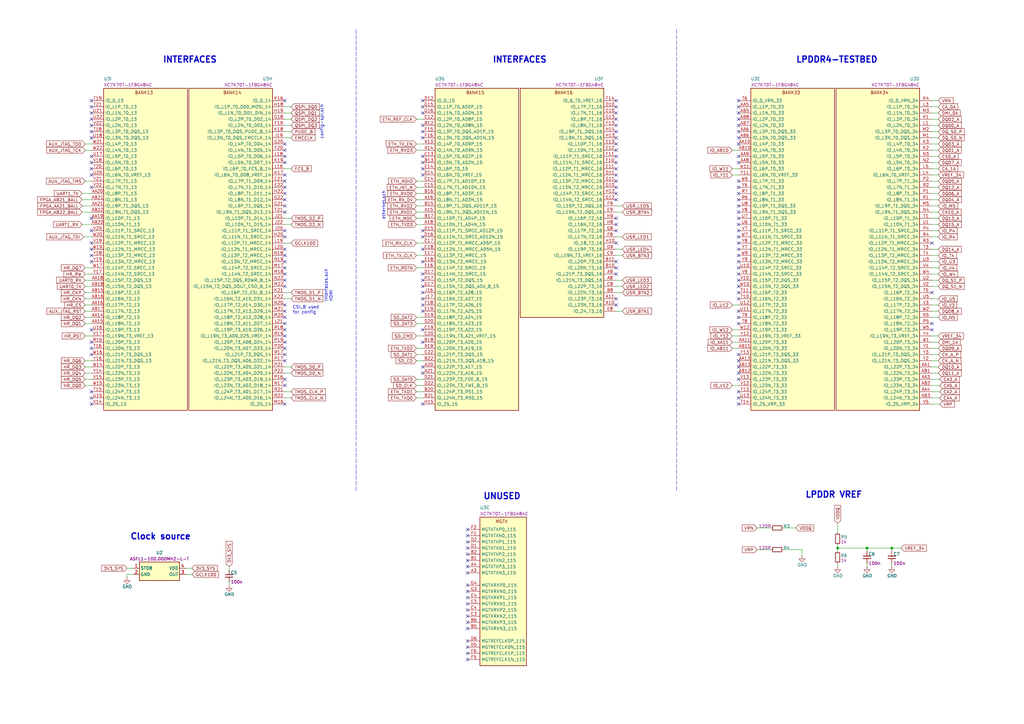
<source format=kicad_sch>
(kicad_sch (version 20211123) (generator eeschema)
  (paper "A3")
  (title_block (title "LPDDR4 Test Board") (date "2023-07-13") (rev "1.1.4"))
  (junction (at 343.535 224.79))
  (junction (at 365.76 224.79))
  (junction (at 355.6 224.79))
  (no_connect (at 37.465 145.415))
  (no_connect (at 37.465 69.215))
  (no_connect (at 382.27 120.015))
  (no_connect (at 116.84 112.395))
  (no_connect (at 302.895 59.055))
  (no_connect (at 173.355 66.675))
  (no_connect (at 173.355 69.215))
  (no_connect (at 37.465 53.975))
  (no_connect (at 302.895 76.835))
  (no_connect (at 116.84 59.055))
  (no_connect (at 37.465 165.735))
  (no_connect (at 173.355 120.015))
  (no_connect (at 116.84 142.875))
  (no_connect (at 173.355 94.615))
  (no_connect (at 302.895 43.815))
  (no_connect (at 252.73 92.075))
  (no_connect (at 116.84 104.775))
  (no_connect (at 173.355 102.235))
  (no_connect (at 252.73 64.135))
  (no_connect (at 173.355 71.755))
  (no_connect (at 116.84 125.095))
  (no_connect (at 302.895 117.475))
  (no_connect (at 173.355 41.275))
  (no_connect (at 302.895 147.955))
  (no_connect (at 191.77 262.89))
  (no_connect (at 302.895 74.295))
  (no_connect (at 302.895 89.535))
  (no_connect (at 252.73 66.675))
  (no_connect (at 302.895 84.455))
  (no_connect (at 302.895 160.655))
  (no_connect (at 116.84 41.275))
  (no_connect (at 302.895 120.015))
  (no_connect (at 116.84 61.595))
  (no_connect (at 191.77 245.11))
  (no_connect (at 116.84 158.115))
  (no_connect (at 191.77 252.73))
  (no_connect (at 302.895 66.675))
  (no_connect (at 173.355 112.395))
  (no_connect (at 116.84 64.135))
  (no_connect (at 191.77 242.57))
  (no_connect (at 116.84 97.155))
  (no_connect (at 302.895 145.415))
  (no_connect (at 116.84 81.915))
  (no_connect (at 116.84 94.615))
  (no_connect (at 37.465 142.875))
  (no_connect (at 173.355 150.495))
  (no_connect (at 116.84 135.255))
  (no_connect (at 302.895 86.995))
  (no_connect (at 37.465 46.355))
  (no_connect (at 37.465 163.195))
  (no_connect (at 252.73 94.615))
  (no_connect (at 37.465 94.615))
  (no_connect (at 37.465 43.815))
  (no_connect (at 191.77 229.87))
  (no_connect (at 302.895 114.935))
  (no_connect (at 37.465 102.235))
  (no_connect (at 252.73 112.395))
  (no_connect (at 252.73 53.975))
  (no_connect (at 37.465 41.275))
  (no_connect (at 302.895 81.915))
  (no_connect (at 173.355 140.335))
  (no_connect (at 302.895 107.315))
  (no_connect (at 116.84 66.675))
  (no_connect (at 302.895 94.615))
  (no_connect (at 302.895 163.195))
  (no_connect (at 37.465 135.255))
  (no_connect (at 116.84 155.575))
  (no_connect (at 302.895 150.495))
  (no_connect (at 252.73 46.355))
  (no_connect (at 302.895 112.395))
  (no_connect (at 116.84 74.295))
  (no_connect (at 191.77 227.33))
  (no_connect (at 116.84 132.715))
  (no_connect (at 252.73 109.855))
  (no_connect (at 302.895 92.075))
  (no_connect (at 382.27 132.715))
  (no_connect (at 173.355 127.635))
  (no_connect (at 37.465 160.655))
  (no_connect (at 191.77 250.19))
  (no_connect (at 173.355 125.095))
  (no_connect (at 252.73 122.555))
  (no_connect (at 37.465 56.515))
  (no_connect (at 191.77 255.27))
  (no_connect (at 302.895 155.575))
  (no_connect (at 302.895 165.735))
  (no_connect (at 37.465 89.535))
  (no_connect (at 173.355 46.355))
  (no_connect (at 252.73 71.755))
  (no_connect (at 302.895 104.775))
  (no_connect (at 191.77 265.43))
  (no_connect (at 382.27 135.255))
  (no_connect (at 173.355 64.135))
  (no_connect (at 302.895 53.975))
  (no_connect (at 191.77 270.51))
  (no_connect (at 252.73 43.815))
  (no_connect (at 116.84 130.175))
  (no_connect (at 252.73 48.895))
  (no_connect (at 173.355 153.035))
  (no_connect (at 302.895 79.375))
  (no_connect (at 116.84 102.235))
  (no_connect (at 173.355 165.735))
  (no_connect (at 191.77 234.95))
  (no_connect (at 173.355 43.815))
  (no_connect (at 252.73 41.275))
  (no_connect (at 191.77 257.81))
  (no_connect (at 191.77 224.79))
  (no_connect (at 116.84 79.375))
  (no_connect (at 116.84 109.855))
  (no_connect (at 173.355 97.155))
  (no_connect (at 173.355 56.515))
  (no_connect (at 37.465 99.695))
  (no_connect (at 173.355 135.255))
  (no_connect (at 191.77 222.25))
  (no_connect (at 302.895 64.135))
  (no_connect (at 37.465 48.895))
  (no_connect (at 116.84 165.735))
  (no_connect (at 37.465 107.315))
  (no_connect (at 252.73 89.535))
  (no_connect (at 252.73 56.515))
  (no_connect (at 252.73 74.295))
  (no_connect (at 116.84 145.415))
  (no_connect (at 37.465 66.675))
  (no_connect (at 252.73 51.435))
  (no_connect (at 173.355 107.315))
  (no_connect (at 173.355 117.475))
  (no_connect (at 302.895 132.715))
  (no_connect (at 302.895 109.855))
  (no_connect (at 252.73 61.595))
  (no_connect (at 252.73 59.055))
  (no_connect (at 252.73 81.915))
  (no_connect (at 302.895 122.555))
  (no_connect (at 37.465 104.775))
  (no_connect (at 116.84 107.315))
  (no_connect (at 302.895 46.355))
  (no_connect (at 116.84 140.335))
  (no_connect (at 302.895 41.275))
  (no_connect (at 191.77 247.65))
  (no_connect (at 302.895 130.175))
  (no_connect (at 173.355 53.975))
  (no_connect (at 252.73 76.835))
  (no_connect (at 191.77 240.03))
  (no_connect (at 173.355 114.935))
  (no_connect (at 116.84 86.995))
  (no_connect (at 252.73 107.315))
  (no_connect (at 252.73 99.695))
  (no_connect (at 302.895 127.635))
  (no_connect (at 116.84 137.795))
  (no_connect (at 116.84 147.955))
  (no_connect (at 191.77 217.17))
  (no_connect (at 37.465 71.755))
  (no_connect (at 191.77 219.71))
  (no_connect (at 302.895 51.435))
  (no_connect (at 116.84 84.455))
  (no_connect (at 191.77 232.41))
  (no_connect (at 302.895 97.155))
  (no_connect (at 252.73 79.375))
  (no_connect (at 302.895 102.235))
  (no_connect (at 37.465 64.135))
  (no_connect (at 382.27 99.695))
  (no_connect (at 302.895 99.695))
  (no_connect (at 116.84 76.835))
  (no_connect (at 191.77 267.97))
  (no_connect (at 302.895 153.035))
  (no_connect (at 116.84 127.635))
  (no_connect (at 116.84 114.935))
  (no_connect (at 37.465 51.435))
  (no_connect (at 252.73 125.095))
  (no_connect (at 116.84 117.475))
  (no_connect (at 116.84 71.755))
  (no_connect (at 302.895 48.895))
  (no_connect (at 37.465 140.335))
  (no_connect (at 252.73 69.215))
  (no_connect (at 302.895 56.515))
  (no_connect (at 173.355 122.555))
  (no_connect (at 37.465 76.835))
  (no_connect (at 173.355 51.435))
  (wire (pts (xy 170.815 81.915) (xy 173.355 81.915)))
  (wire (pts (xy 382.27 41.275) (xy 384.81 41.275)))
  (wire (pts (xy 384.81 81.915) (xy 382.27 81.915)))
  (wire (pts (xy 365.76 224.79) (xy 365.76 226.06)))
  (wire (pts (xy 385.445 160.655) (xy 382.27 160.655)))
  (wire (pts (xy 384.81 64.135) (xy 382.27 64.135)))
  (wire (pts (xy 170.815 160.655) (xy 173.355 160.655)))
  (wire (pts (xy 252.73 102.235) (xy 255.27 102.235)))
  (wire (pts (xy 382.27 142.875) (xy 384.81 142.875)))
  (wire (pts (xy 384.81 51.435) (xy 382.27 51.435)))
  (wire (pts (xy 34.925 147.955) (xy 37.465 147.955)))
  (wire (pts (xy 355.6 224.79) (xy 365.76 224.79)))
  (wire (pts (xy 384.81 76.835) (xy 382.27 76.835)))
  (wire (pts (xy 37.465 59.055) (xy 34.925 59.055)))
  (wire (pts (xy 116.84 150.495) (xy 119.38 150.495)))
  (wire (pts (xy 382.27 145.415) (xy 384.81 145.415)))
  (wire (pts (xy 365.76 224.79) (xy 369.57 224.79)))
  (wire (pts (xy 343.535 224.79) (xy 343.535 226.06)))
  (wire (pts (xy 34.925 125.095) (xy 37.465 125.095)))
  (wire (pts (xy 384.81 89.535) (xy 382.27 89.535)))
  (wire (pts (xy 365.76 231.14) (xy 365.76 232.41)))
  (wire (pts (xy 384.81 56.515) (xy 382.27 56.515)))
  (wire (pts (xy 37.465 92.075) (xy 33.655 92.075)))
  (wire (pts (xy 116.84 51.435) (xy 119.38 51.435)))
  (wire (pts (xy 310.515 225.425) (xy 316.23 225.425)))
  (wire (pts (xy 382.27 109.855) (xy 384.81 109.855)))
  (wire (pts (xy 34.925 155.575) (xy 37.465 155.575)))
  (wire (pts (xy 170.815 163.195) (xy 173.355 163.195)))
  (wire (pts (xy 34.925 137.795) (xy 37.465 137.795)))
  (wire (pts (xy 382.27 122.555) (xy 384.81 122.555)))
  (wire (pts (xy 170.815 158.115) (xy 173.355 158.115)))
  (wire (pts (xy 384.81 66.675) (xy 382.27 66.675)))
  (wire (pts (xy 33.655 81.915) (xy 37.465 81.915)))
  (wire (pts (xy 170.815 142.875) (xy 173.355 142.875)))
  (wire (pts (xy 385.445 155.575) (xy 382.27 155.575)))
  (wire (pts (xy 33.655 86.995) (xy 37.465 86.995)))
  (wire (pts (xy 382.27 114.935) (xy 384.81 114.935)))
  (wire (pts (xy 116.84 69.215) (xy 119.38 69.215)))
  (wire (pts (xy 385.445 158.115) (xy 382.27 158.115)))
  (wire (pts (xy 34.925 61.595) (xy 37.465 61.595)))
  (wire (pts (xy 384.81 69.215) (xy 382.27 69.215)))
  (wire (pts (xy 384.81 92.075) (xy 382.27 92.075)))
  (wire (pts (xy 382.27 107.315) (xy 384.81 107.315)))
  (wire (pts (xy 116.84 53.975) (xy 119.38 53.975)))
  (wire (pts (xy 34.925 150.495) (xy 37.465 150.495)))
  (wire (pts (xy 321.31 225.425) (xy 328.93 225.425)))
  (wire (pts (xy 116.84 43.815) (xy 119.38 43.815)))
  (wire (pts (xy 252.73 120.015) (xy 255.27 120.015)))
  (wire (pts (xy 343.535 223.52) (xy 343.535 224.79)))
  (wire (pts (xy 52.07 235.585) (xy 52.07 236.855)))
  (wire (pts (xy 300.355 140.335) (xy 302.895 140.335)))
  (wire (pts (xy 170.815 59.055) (xy 173.355 59.055)))
  (wire (pts (xy 382.27 71.755) (xy 384.81 71.755)))
  (wire (pts (xy 116.84 89.535) (xy 119.38 89.535)))
  (wire (pts (xy 37.465 79.375) (xy 33.655 79.375)))
  (wire (pts (xy 355.6 224.79) (xy 355.6 226.06)))
  (wire (pts (xy 382.27 147.955) (xy 384.81 147.955)))
  (wire (pts (xy 382.27 150.495) (xy 384.81 150.495)))
  (wire (pts (xy 34.925 109.855) (xy 37.465 109.855)))
  (wire (pts (xy 384.81 53.975) (xy 382.27 53.975)))
  (wire (pts (xy 33.655 84.455) (xy 37.465 84.455)))
  (polyline (pts (xy 420.37 10.795) (xy 420.37 191.135)))
  (wire (pts (xy 382.27 117.475) (xy 384.81 117.475)))
  (wire (pts (xy 34.29 97.155) (xy 37.465 97.155)))
  (wire (pts (xy 116.84 153.035) (xy 119.38 153.035)))
  (wire (pts (xy 170.815 92.075) (xy 173.355 92.075)))
  (wire (pts (xy 252.73 114.935) (xy 255.27 114.935)))
  (wire (pts (xy 255.27 97.155) (xy 252.73 97.155)))
  (wire (pts (xy 54.61 235.585) (xy 52.07 235.585)))
  (wire (pts (xy 116.84 163.195) (xy 119.38 163.195)))
  (wire (pts (xy 116.84 56.515) (xy 119.38 56.515)))
  (wire (pts (xy 170.815 130.175) (xy 173.355 130.175)))
  (wire (pts (xy 384.81 153.035) (xy 382.27 153.035)))
  (wire (pts (xy 328.93 225.425) (xy 328.93 227.965)))
  (wire (pts (xy 76.2 233.045) (xy 78.74 233.045)))
  (wire (pts (xy 302.895 137.795) (xy 300.355 137.795)))
  (wire (pts (xy 384.81 86.995) (xy 382.27 86.995)))
  (wire (pts (xy 116.84 99.695) (xy 119.38 99.695)))
  (wire (pts (xy 34.925 120.015) (xy 37.465 120.015)))
  (wire (pts (xy 252.73 127.635) (xy 255.27 127.635)))
  (wire (pts (xy 170.815 147.955) (xy 173.355 147.955)))
  (wire (pts (xy 382.27 104.775) (xy 384.81 104.775)))
  (wire (pts (xy 173.355 48.895) (xy 170.815 48.895)))
  (wire (pts (xy 170.815 155.575) (xy 173.355 155.575)))
  (wire (pts (xy 37.465 114.935) (xy 34.925 114.935)))
  (wire (pts (xy 116.84 46.355) (xy 119.38 46.355)))
  (wire (pts (xy 170.815 84.455) (xy 173.355 84.455)))
  (wire (pts (xy 300.355 71.755) (xy 302.895 71.755)))
  (wire (pts (xy 382.27 102.235) (xy 384.81 102.235)))
  (wire (pts (xy 355.6 231.14) (xy 355.6 232.41)))
  (polyline (pts (xy 146.05 201.295) (xy 146.05 12.065)))
  (wire (pts (xy 300.355 125.095) (xy 302.895 125.095)))
  (wire (pts (xy 252.73 117.475) (xy 255.27 117.475)))
  (wire (pts (xy 34.925 130.175) (xy 37.465 130.175)))
  (wire (pts (xy 93.98 232.41) (xy 93.98 233.68)))
  (wire (pts (xy 34.925 132.715) (xy 37.465 132.715)))
  (wire (pts (xy 37.465 117.475) (xy 34.925 117.475)))
  (wire (pts (xy 173.355 76.835) (xy 170.815 76.835)))
  (wire (pts (xy 382.27 137.795) (xy 384.81 137.795)))
  (wire (pts (xy 382.27 125.095) (xy 384.81 125.095)))
  (wire (pts (xy 300.355 61.595) (xy 302.895 61.595)))
  (wire (pts (xy 252.73 86.995) (xy 255.27 86.995)))
  (wire (pts (xy 170.815 86.995) (xy 173.355 86.995)))
  (wire (pts (xy 384.81 84.455) (xy 382.27 84.455)))
  (wire (pts (xy 343.535 231.14) (xy 343.535 232.41)))
  (wire (pts (xy 384.81 79.375) (xy 382.27 79.375)))
  (wire (pts (xy 385.445 165.735) (xy 382.27 165.735)))
  (wire (pts (xy 343.535 224.79) (xy 355.6 224.79)))
  (wire (pts (xy 93.98 238.76) (xy 93.98 240.03)))
  (wire (pts (xy 116.84 122.555) (xy 119.38 122.555)))
  (wire (pts (xy 170.815 145.415) (xy 173.355 145.415)))
  (wire (pts (xy 170.815 89.535) (xy 173.355 89.535)))
  (polyline (pts (xy 277.495 12.065) (xy 277.495 201.295)))
  (wire (pts (xy 300.355 135.255) (xy 302.895 135.255)))
  (wire (pts (xy 34.925 122.555) (xy 37.465 122.555)))
  (wire (pts (xy 119.38 48.895) (xy 116.84 48.895)))
  (wire (pts (xy 382.27 112.395) (xy 384.81 112.395)))
  (wire (pts (xy 300.355 69.215) (xy 302.895 69.215)))
  (wire (pts (xy 116.84 92.075) (xy 119.38 92.075)))
  (wire (pts (xy 170.815 79.375) (xy 173.355 79.375)))
  (wire (pts (xy 384.81 43.815) (xy 382.27 43.815)))
  (wire (pts (xy 173.355 74.295) (xy 170.815 74.295)))
  (wire (pts (xy 385.445 163.195) (xy 382.27 163.195)))
  (wire (pts (xy 382.27 97.155) (xy 384.81 97.155)))
  (wire (pts (xy 173.355 99.695) (xy 170.815 99.695)))
  (wire (pts (xy 116.84 120.015) (xy 119.38 120.015)))
  (wire (pts (xy 384.81 61.595) (xy 382.27 61.595)))
  (wire (pts (xy 300.355 158.115) (xy 302.895 158.115)))
  (wire (pts (xy 170.815 61.595) (xy 173.355 61.595)))
  (wire (pts (xy 37.465 127.635) (xy 34.925 127.635)))
  (wire (pts (xy 343.535 214.63) (xy 343.535 218.44)))
  (wire (pts (xy 316.23 216.535) (xy 310.515 216.535)))
  (wire (pts (xy 384.81 59.055) (xy 382.27 59.055)))
  (wire (pts (xy 116.84 160.655) (xy 119.38 160.655)))
  (wire (pts (xy 382.27 127.635) (xy 384.81 127.635)))
  (wire (pts (xy 384.81 74.295) (xy 382.27 74.295)))
  (wire (pts (xy 384.81 48.895) (xy 382.27 48.895)))
  (wire (pts (xy 170.815 109.855) (xy 173.355 109.855)))
  (wire (pts (xy 384.81 46.355) (xy 382.27 46.355)))
  (wire (pts (xy 384.81 94.615) (xy 382.27 94.615)))
  (wire (pts (xy 252.73 104.775) (xy 255.27 104.775)))
  (wire (pts (xy 382.27 140.335) (xy 384.81 140.335)))
  (wire (pts (xy 34.925 112.395) (xy 37.465 112.395)))
  (wire (pts (xy 302.895 142.875) (xy 300.355 142.875)))
  (wire (pts (xy 321.31 216.535) (xy 326.39 216.535)))
  (wire (pts (xy 173.355 132.715) (xy 170.815 132.715)))
  (wire (pts (xy 34.925 158.115) (xy 37.465 158.115)))
  (wire (pts (xy 170.815 104.775) (xy 173.355 104.775)))
  (wire (pts (xy 52.07 233.045) (xy 54.61 233.045)))
  (wire (pts (xy 34.925 153.035) (xy 37.465 153.035)))
  (wire (pts (xy 76.2 235.585) (xy 78.74 235.585)))
  (wire (pts (xy 34.925 74.295) (xy 37.465 74.295)))
  (wire (pts (xy 170.815 137.795) (xy 173.355 137.795)))
  (wire (pts (xy 252.73 84.455) (xy 255.27 84.455)))
  (wire (pts (xy 382.27 130.175) (xy 384.81 130.175)))
  (text "Clock source" (at 53.34 221.615 0) (effects (font (size 2.4892 2.4892) (thickness 0.4978) bold) (justify left bottom)))
  (text "INTERFACES" (at 66.675 26.035 0) (effects (font (size 2.4892 2.4892) (thickness 0.4978) bold) (justify left bottom)))
  (text "CSI_B used \nfor config" (at 120.015 128.905 0) (effects (font (size 1.27 1.27)) (justify left bottom)))
  (text "ethernet.sch" (at 158.115 90.17 90) (effects (font (size 1.27 1.27)) (justify left bottom)))
  (text "LPDDR VREF" (at 330.2 204.47 0) (effects (font (size 2.4892 2.4892) (thickness 0.4978) bold) (justify left bottom)))
  (text "interfaces.sch\nHDMI" (at 136.525 123.825 90) (effects (font (size 1.27 1.27)) (justify left bottom)))
  (text "LPDDR4-TESTBED" (at 326.39 26.035 0) (effects (font (size 2.4892 2.4892) (thickness 0.4978) bold) (justify left bottom)))
  (text "UNUSED" (at 198.12 205.105 0) (effects (font (size 2.4892 2.4892) (thickness 0.4978) bold) (justify left bottom)))
  (text "INTERFACES" (at 201.93 26.035 0) (effects (font (size 2.4892 2.4892) (thickness 0.4978) bold) (justify left bottom)))
  (text "config-spi.sch" (at 132.715 57.15 90) (effects (font (size 1.27 1.27)) (justify left bottom)))
  (global_label "DQ01_A" (shape input) (at 384.81 61.595 0) (property "Intersheet References" "${INTERSHEET_REFS}" (effects hide)))
  (global_label "ETH_MDC" (shape input) (at 170.815 89.535 180) (property "Intersheet References" "${INTERSHEET_REFS}" (effects hide)))
  (global_label "USR_LED5" (shape input) (at 255.27 84.455 0) (property "Intersheet References" "${INTERSHEET_REFS}" (effects hide)))
  (global_label "IO_V12" (shape input) (at 300.355 158.115 180) (property "Intersheet References" "${INTERSHEET_REFS}" (effects hide)))
  (global_label "IO_M5" (shape input) (at 384.81 84.455 0) (property "Intersheet References" "${INTERSHEET_REFS}" (effects hide)))
  (global_label "IO_AA11" (shape input) (at 300.355 140.335 180) (property "Intersheet References" "${INTERSHEET_REFS}" (effects hide)))
  (global_label "ETH_RXD3" (shape input) (at 170.815 61.595 180) (property "Intersheet References" "${INTERSHEET_REFS}" (effects hide)))
  (global_label "IO_Y12" (shape input) (at 300.355 137.795 180) (property "Intersheet References" "${INTERSHEET_REFS}" (effects hide)))
  (global_label "VREF_34" (shape input) (at 384.81 137.795 0) (property "Intersheet References" "${INTERSHEET_REFS}" (effects hide)))
  (global_label "CA4_A" (shape input) (at 385.445 163.195 0) (property "Intersheet References" "${INTERSHEET_REFS}" (effects hide)))
  (global_label "DQ07_A" (shape input) (at 384.81 66.675 0) (property "Intersheet References" "${INTERSHEET_REFS}" (effects hide)))
  (global_label "VDDQ" (shape input) (at 343.535 214.63 90) (property "Intersheet References" "${INTERSHEET_REFS}" (effects hide)))
  (global_label "IO_U12" (shape input) (at 300.355 125.095 180) (property "Intersheet References" "${INTERSHEET_REFS}" (effects hide)))
  (global_label "IO_U3" (shape input) (at 384.81 107.315 0) (property "Intersheet References" "${INTERSHEET_REFS}" (effects hide)))
  (global_label "IO_W12" (shape input) (at 300.355 135.255 180) (property "Intersheet References" "${INTERSHEET_REFS}" (effects hide)))
  (global_label "DQ12_A" (shape input) (at 384.81 76.835 0) (property "Intersheet References" "${INTERSHEET_REFS}" (effects hide)))
  (global_label "ETH_MDIO" (shape input) (at 170.815 74.295 180) (property "Intersheet References" "${INTERSHEET_REFS}" (effects hide)))
  (global_label "DQ13_A" (shape input) (at 384.81 89.535 0) (property "Intersheet References" "${INTERSHEET_REFS}" (effects hide)))
  (global_label "FPGA_AB21_BALL" (shape input) (at 33.655 81.915 180) (property "Intersheet References" "${INTERSHEET_REFS}" (effects hide)))
  (global_label "SD_DAT2" (shape input) (at 170.815 130.175 180) (property "Intersheet References" "${INTERSHEET_REFS}" (effects hide)))
  (global_label "TMDS_D0_N" (shape input) (at 119.38 153.035 0) (property "Intersheet References" "${INTERSHEET_REFS}" (effects hide)))
  (global_label "AUX_JTAG_TDO" (shape input) (at 34.925 59.055 180) (property "Intersheet References" "${INTERSHEET_REFS}" (effects hide)))
  (global_label "USR_LED1" (shape input) (at 255.27 97.155 0) (property "Intersheet References" "${INTERSHEET_REFS}" (effects hide)))
  (global_label "SD_DAT3" (shape input) (at 170.815 132.715 180) (property "Intersheet References" "${INTERSHEET_REFS}" (effects hide)))
  (global_label "HR_DQ5" (shape input) (at 34.925 155.575 180) (property "Intersheet References" "${INTERSHEET_REFS}" (effects hide)))
  (global_label "USR_BTN2" (shape input) (at 255.27 120.015 0) (property "Intersheet References" "${INTERSHEET_REFS}" (effects hide)))
  (global_label "HR_CKN" (shape input) (at 34.925 122.555 180) (property "Intersheet References" "${INTERSHEET_REFS}" (effects hide)))
  (global_label "TMDS_CLK_P" (shape input) (at 119.38 160.655 0) (property "Intersheet References" "${INTERSHEET_REFS}" (effects hide)))
  (global_label "UART1_RX" (shape input) (at 33.655 92.075 180) (property "Intersheet References" "${INTERSHEET_REFS}" (effects hide)))
  (global_label "AUX_JTAG_TDI" (shape input) (at 34.29 97.155 180) (property "Intersheet References" "${INTERSHEET_REFS}" (effects hide)))
  (global_label "3V3_SYS" (shape input) (at 52.07 233.045 180) (property "Intersheet References" "${INTERSHEET_REFS}" (effects hide)))
  (global_label "TMDS_D1_N" (shape input) (at 119.38 122.555 0) (property "Intersheet References" "${INTERSHEET_REFS}" (effects hide)))
  (global_label "AUX_JTAG_TMS" (shape input) (at 34.925 74.295 180) (property "Intersheet References" "${INTERSHEET_REFS}" (effects hide)))
  (global_label "HR_DQ7" (shape input) (at 34.925 109.855 180) (property "Intersheet References" "${INTERSHEET_REFS}" (effects hide)))
  (global_label "VRP" (shape input) (at 310.515 225.425 180) (property "Intersheet References" "${INTERSHEET_REFS}" (effects hide)))
  (global_label "USR_BTN3" (shape input) (at 255.27 104.775 0) (property "Intersheet References" "${INTERSHEET_REFS}" (effects hide)))
  (global_label "3V3_SYS" (shape input) (at 78.74 233.045 0) (property "Intersheet References" "${INTERSHEET_REFS}" (effects hide)))
  (global_label "CA_0A" (shape input) (at 384.81 43.815 0) (property "Intersheet References" "${INTERSHEET_REFS}" (effects hide)))
  (global_label "HR_RST" (shape input) (at 34.925 137.795 180) (property "Intersheet References" "${INTERSHEET_REFS}" (effects hide)))
  (global_label "VREF_34" (shape input) (at 384.81 71.755 0) (property "Intersheet References" "${INTERSHEET_REFS}" (effects hide)))
  (global_label "TMDS_D2_P" (shape input) (at 119.38 89.535 0) (property "Intersheet References" "${INTERSHEET_REFS}" (effects hide)))
  (global_label "TMDS_D0_P" (shape input) (at 119.38 150.495 0) (property "Intersheet References" "${INTERSHEET_REFS}" (effects hide)))
  (global_label "ETH_TXD1" (shape input) (at 170.815 160.655 180) (property "Intersheet References" "${INTERSHEET_REFS}" (effects hide)))
  (global_label "USR_LED4" (shape input) (at 255.27 102.235 0) (property "Intersheet References" "${INTERSHEET_REFS}" (effects hide)))
  (global_label "TMDS_D2_N" (shape input) (at 119.38 92.075 0) (property "Intersheet References" "${INTERSHEET_REFS}" (effects hide)))
  (global_label "DMI_0A" (shape input) (at 384.81 46.355 0) (property "Intersheet References" "${INTERSHEET_REFS}" (effects hide)))
  (global_label "HR_DQ6" (shape input) (at 34.925 147.955 180) (property "Intersheet References" "${INTERSHEET_REFS}" (effects hide)))
  (global_label "TMDS_CLK_N" (shape input) (at 119.38 163.195 0) (property "Intersheet References" "${INTERSHEET_REFS}" (effects hide)))
  (global_label "HR_CS" (shape input) (at 34.925 125.095 180) (property "Intersheet References" "${INTERSHEET_REFS}" (effects hide)))
  (global_label "VRP" (shape input) (at 385.445 165.735 0) (property "Intersheet References" "${INTERSHEET_REFS}" (effects hide)))
  (global_label "HR_CKP" (shape input) (at 34.925 120.015 180) (property "Intersheet References" "${INTERSHEET_REFS}" (effects hide)))
  (global_label "DQ08_A" (shape input) (at 384.81 127.635 0) (property "Intersheet References" "${INTERSHEET_REFS}" (effects hide)))
  (global_label "3V3_SYS" (shape input) (at 93.98 232.41 90) (property "Intersheet References" "${INTERSHEET_REFS}" (effects hide)))
  (global_label "SD_CMD" (shape input) (at 170.815 137.795 180) (property "Intersheet References" "${INTERSHEET_REFS}" (effects hide)))
  (global_label "ETH_TX_CLK" (shape input) (at 170.815 104.775 180) (property "Intersheet References" "${INTERSHEET_REFS}" (effects hide)))
  (global_label "DQ11_A" (shape input) (at 384.81 153.035 0) (property "Intersheet References" "${INTERSHEET_REFS}" (effects hide)))
  (global_label "ETH_RSTN" (shape input) (at 170.815 109.855 180) (property "Intersheet References" "${INTERSHEET_REFS}" (effects hide)))
  (global_label "DMI_1A" (shape input) (at 384.81 140.335 0) (property "Intersheet References" "${INTERSHEET_REFS}" (effects hide)))
  (global_label "IO_AB10" (shape input) (at 300.355 61.595 180) (property "Intersheet References" "${INTERSHEET_REFS}" (effects hide)))
  (global_label "HR_DQ4" (shape input) (at 34.925 153.035 180) (property "Intersheet References" "${INTERSHEET_REFS}" (effects hide)))
  (global_label "DQ15_A" (shape input) (at 384.81 92.075 0) (property "Intersheet References" "${INTERSHEET_REFS}" (effects hide)))
  (global_label "CA2_A" (shape input) (at 385.445 160.655 0) (property "Intersheet References" "${INTERSHEET_REFS}" (effects hide)))
  (global_label "USR_LED2" (shape input) (at 255.27 117.475 0) (property "Intersheet References" "${INTERSHEET_REFS}" (effects hide)))
  (global_label "DQ04_A" (shape input) (at 384.81 81.915 0) (property "Intersheet References" "${INTERSHEET_REFS}" (effects hide)))
  (global_label "CA_1A" (shape input) (at 384.81 69.215 0) (property "Intersheet References" "${INTERSHEET_REFS}" (effects hide)))
  (global_label "CK_A_N" (shape input) (at 384.81 147.955 0) (property "Intersheet References" "${INTERSHEET_REFS}" (effects hide)))
  (global_label "USR_LED3" (shape input) (at 255.27 114.935 0) (property "Intersheet References" "${INTERSHEET_REFS}" (effects hide)))
  (global_label "CA3_A" (shape input) (at 385.445 155.575 0) (property "Intersheet References" "${INTERSHEET_REFS}" (effects hide)))
  (global_label "SD_DAT1" (shape input) (at 170.815 145.415 180) (property "Intersheet References" "${INTERSHEET_REFS}" (effects hide)))
  (global_label "ETH_RX_CLK" (shape input) (at 170.815 99.695 180) (property "Intersheet References" "${INTERSHEET_REFS}" (effects hide)))
  (global_label "CKE0_A" (shape input) (at 384.81 86.995 0) (property "Intersheet References" "${INTERSHEET_REFS}" (effects hide)))
  (global_label "DQ_S0_P" (shape input) (at 384.81 53.975 0) (property "Intersheet References" "${INTERSHEET_REFS}" (effects hide)))
  (global_label "DQ_S1_P" (shape input) (at 384.81 114.935 0) (property "Intersheet References" "${INTERSHEET_REFS}" (effects hide)))
  (global_label "VRN" (shape input) (at 310.515 216.535 180) (property "Intersheet References" "${INTERSHEET_REFS}" (effects hide)))
  (global_label "IO_P4" (shape input) (at 384.81 94.615 0) (property "Intersheet References" "${INTERSHEET_REFS}" (effects hide)))
  (global_label "EMCCLK" (shape input) (at 119.38 56.515 0) (property "Intersheet References" "${INTERSHEET_REFS}" (effects hide)))
  (global_label "DQ14_A" (shape input) (at 384.81 102.235 0) (property "Intersheet References" "${INTERSHEET_REFS}" (effects hide)))
  (global_label "GCLK100" (shape input) (at 78.74 235.585 0) (property "Intersheet References" "${INTERSHEET_REFS}" (effects hide)))
  (global_label "QSPI_DQ2" (shape input) (at 119.38 48.895 0) (property "Intersheet References" "${INTERSHEET_REFS}" (effects hide)))
  (global_label "DQ05_A" (shape input) (at 384.81 74.295 0) (property "Intersheet References" "${INTERSHEET_REFS}" (effects hide)))
  (global_label "USR_BTN4" (shape input) (at 255.27 86.995 0) (property "Intersheet References" "${INTERSHEET_REFS}" (effects hide)))
  (global_label "SD_DAT0" (shape input) (at 170.815 155.575 180) (property "Intersheet References" "${INTERSHEET_REFS}" (effects hide)))
  (global_label "QSPI_DQ3" (shape input) (at 119.38 51.435 0) (property "Intersheet References" "${INTERSHEET_REFS}" (effects hide)))
  (global_label "ETH_TX_EN" (shape input) (at 170.815 59.055 180) (property "Intersheet References" "${INTERSHEET_REFS}" (effects hide)))
  (global_label "IO_V4" (shape input) (at 384.81 109.855 0) (property "Intersheet References" "${INTERSHEET_REFS}" (effects hide)))
  (global_label "IO_W11" (shape input) (at 300.355 69.215 180) (property "Intersheet References" "${INTERSHEET_REFS}" (effects hide)))
  (global_label "DQ06_A" (shape input) (at 384.81 79.375 0) (property "Intersheet References" "${INTERSHEET_REFS}" (effects hide)))
  (global_label "IO_V3" (shape input) (at 384.81 125.095 0) (property "Intersheet References" "${INTERSHEET_REFS}" (effects hide)))
  (global_label "PUDC_B" (shape input) (at 119.38 53.975 0) (property "Intersheet References" "${INTERSHEET_REFS}" (effects hide)))
  (global_label "IO_N5" (shape input) (at 384.81 130.175 0) (property "Intersheet References" "${INTERSHEET_REFS}" (effects hide)))
  (global_label "UART0_RX" (shape input) (at 34.925 114.935 180) (property "Intersheet References" "${INTERSHEET_REFS}" (effects hide)))
  (global_label "DQ_S1_N" (shape input) (at 384.81 117.475 0) (property "Intersheet References" "${INTERSHEET_REFS}" (effects hide)))
  (global_label "HR_DQ3" (shape input) (at 34.925 150.495 180) (property "Intersheet References" "${INTERSHEET_REFS}" (effects hide)))
  (global_label "HR_DQ1" (shape input) (at 34.925 132.715 180) (property "Intersheet References" "${INTERSHEET_REFS}" (effects hide)))
  (global_label "HR_DQ0" (shape input) (at 34.925 158.115 180) (property "Intersheet References" "${INTERSHEET_REFS}" (effects hide)))
  (global_label "ETH_INT_N" (shape input) (at 170.815 76.835 180) (property "Intersheet References" "${INTERSHEET_REFS}" (effects hide)))
  (global_label "ETH_RXD0" (shape input) (at 170.815 79.375 180) (property "Intersheet References" "${INTERSHEET_REFS}" (effects hide)))
  (global_label "ETH_RX_DV" (shape input) (at 170.815 81.915 180) (property "Intersheet References" "${INTERSHEET_REFS}" (effects hide)))
  (global_label "IO_U5" (shape input) (at 384.81 122.555 0) (property "Intersheet References" "${INTERSHEET_REFS}" (effects hide)))
  (global_label "ETH_RXD1" (shape input) (at 170.815 86.995 180) (property "Intersheet References" "${INTERSHEET_REFS}" (effects hide)))
  (global_label "IO_AB11" (shape input) (at 300.355 142.875 180) (property "Intersheet References" "${INTERSHEET_REFS}" (effects hide)))
  (global_label "CK_A_P" (shape input) (at 384.81 145.415 0) (property "Intersheet References" "${INTERSHEET_REFS}" (effects hide)))
  (global_label "VRN" (shape input) (at 384.81 41.275 0) (property "Intersheet References" "${INTERSHEET_REFS}" (effects hide)))
  (global_label "DQ03_A" (shape input) (at 384.81 59.055 0) (property "Intersheet References" "${INTERSHEET_REFS}" (effects hide)))
  (global_label "HR_RW" (shape input) (at 34.925 112.395 180) (property "Intersheet References" "${INTERSHEET_REFS}" (effects hide)))
  (global_label "CS0_A" (shape input) (at 384.81 64.135 0) (property "Intersheet References" "${INTERSHEET_REFS}" (effects hide)))
  (global_label "SD_CD" (shape input) (at 170.815 147.955 180) (property "Intersheet References" "${INTERSHEET_REFS}" (effects hide)))
  (global_label "IO_R4" (shape input) (at 384.81 97.155 0) (property "Intersheet References" "${INTERSHEET_REFS}" (effects hide)))
  (global_label "DQ00_A" (shape input) (at 384.81 51.435 0) (property "Intersheet References" "${INTERSHEET_REFS}" (effects hide)))
  (global_label "QSPI_DQ1" (shape input) (at 119.38 46.355 0) (property "Intersheet References" "${INTERSHEET_REFS}" (effects hide)))
  (global_label "IO_Y11" (shape input) (at 300.355 71.755 180) (property "Intersheet References" "${INTERSHEET_REFS}" (effects hide)))
  (global_label "QSPI_DQ0" (shape input) (at 119.38 43.815 0) (property "Intersheet References" "${INTERSHEET_REFS}" (effects hide)))
  (global_label "DQ10_A" (shape input) (at 384.81 150.495 0) (property "Intersheet References" "${INTERSHEET_REFS}" (effects hide)))
  (global_label "VREF_34" (shape input) (at 369.57 224.79 0) (property "Intersheet References" "${INTERSHEET_REFS}" (effects hide)))
  (global_label "ETH_TXD2" (shape input) (at 170.815 142.875 180) (property "Intersheet References" "${INTERSHEET_REFS}" (effects hide)))
  (global_label "IO_T4" (shape input) (at 384.81 104.775 0) (property "Intersheet References" "${INTERSHEET_REFS}" (effects hide)))
  (global_label "ETH_REF_CLK" (shape input) (at 170.815 48.895 180) (property "Intersheet References" "${INTERSHEET_REFS}" (effects hide)))
  (global_label "DQ_S0_N" (shape input) (at 384.81 56.515 0) (property "Intersheet References" "${INTERSHEET_REFS}" (effects hide)))
  (global_label "DQ02_A" (shape input) (at 384.81 48.895 0) (property "Intersheet References" "${INTERSHEET_REFS}" (effects hide)))
  (global_label "USR_BTN1" (shape input) (at 255.27 127.635 0) (property "Intersheet References" "${INTERSHEET_REFS}" (effects hide)))
  (global_label "ETH_TXD0" (shape input) (at 170.815 163.195 180) (property "Intersheet References" "${INTERSHEET_REFS}" (effects hide)))
  (global_label "AUX_JTAG_RST" (shape input) (at 34.925 127.635 180) (property "Intersheet References" "${INTERSHEET_REFS}" (effects hide)))
  (global_label "TMDS_D1_P" (shape input) (at 119.38 120.015 0) (property "Intersheet References" "${INTERSHEET_REFS}" (effects hide)))
  (global_label "ETH_RXD2" (shape input) (at 170.815 84.455 180) (property "Intersheet References" "${INTERSHEET_REFS}" (effects hide)))
  (global_label "AUX_JTAG_TCK" (shape input) (at 34.925 61.595 180) (property "Intersheet References" "${INTERSHEET_REFS}" (effects hide)))
  (global_label "FPGA_AA21_BALL" (shape input) (at 33.655 84.455 180) (property "Intersheet References" "${INTERSHEET_REFS}" (effects hide)))
  (global_label "GCLK100" (shape input) (at 119.38 99.695 0) (property "Intersheet References" "${INTERSHEET_REFS}" (effects hide)))
  (global_label "FPGA_AB22_BALL" (shape input) (at 33.655 86.995 180) (property "Intersheet References" "${INTERSHEET_REFS}" (effects hide)))
  (global_label "HR_DQ2" (shape input) (at 34.925 130.175 180) (property "Intersheet References" "${INTERSHEET_REFS}" (effects hide)))
  (global_label "CA5_A" (shape input) (at 385.445 158.115 0) (property "Intersheet References" "${INTERSHEET_REFS}" (effects hide)))
  (global_label "UART1_TX" (shape input) (at 33.655 79.375 180) (property "Intersheet References" "${INTERSHEET_REFS}" (effects hide)))
  (global_label "IO_W4" (shape input) (at 384.81 112.395 0) (property "Intersheet References" "${INTERSHEET_REFS}" (effects hide)))
  (global_label "DQ09_A" (shape input) (at 384.81 142.875 0) (property "Intersheet References" "${INTERSHEET_REFS}" (effects hide)))
  (global_label "VDDQ" (shape input) (at 326.39 216.535 0) (property "Intersheet References" "${INTERSHEET_REFS}" (effects hide)))
  (global_label "ETH_TXD3" (shape input) (at 170.815 92.075 180) (property "Intersheet References" "${INTERSHEET_REFS}" (effects hide)))
  (global_label "UART0_TX" (shape input) (at 34.925 117.475 180) (property "Intersheet References" "${INTERSHEET_REFS}" (effects hide)))
  (global_label "FCS_B" (shape input) (at 119.38 69.215 0) (property "Intersheet References" "${INTERSHEET_REFS}" (effects hide)))
  (global_label "SD_CLK" (shape input) (at 170.815 158.115 180) (property "Intersheet References" "${INTERSHEET_REFS}" (effects hide)))
  (symbol (lib_id "lpddr4-test-board:R_1k_0603") (at 343.535 218.44 270) (unit 1)
    (property "Reference" "R5" (at 344.805 220.98 90) (effects (justify left bottom)))
    (property "Value" "R_1k_0603" (effects hide))
    (property "Footprint" "lpddr4-test-board-footprints:R_0603_1608Metric" (effects hide))
    (property "Datasheet" "https://www.bourns.com/docs/product-datasheets/cr.pdf" (effects hide))
    (property "Manufacturer" "Bourns" (effects hide))
    (property "MPN" "CR0603-FX-1001ELF" (effects hide))
    (property "Val" "1k" (at 344.805 222.8849 90) (effects (justify left bottom)))
    (property "License" "Apache-2.0" (effects hide))
    (property "Author" "Antmicro" (effects hide))
    (property "Tolerance" "1%" (effects hide))
  )
  (symbol (lib_id "lpddr4-test-board:R_1k_0603") (at 343.535 226.06 270) (unit 1)
    (property "Reference" "R6" (at 344.805 228.6 90) (effects (justify left bottom)))
    (property "Value" "R_1k_0603" (effects hide))
    (property "Footprint" "lpddr4-test-board-footprints:R_0603_1608Metric" (effects hide))
    (property "Datasheet" "https://www.bourns.com/docs/product-datasheets/cr.pdf" (effects hide))
    (property "Manufacturer" "Bourns" (effects hide))
    (property "MPN" "CR0603-FX-1001ELF" (effects hide))
    (property "Val" "1k" (at 344.805 230.5049 90) (effects (justify left bottom)))
    (property "License" "Apache-2.0" (effects hide))
    (property "Author" "Antmicro" (effects hide))
    (property "Tolerance" "1%" (effects hide))
  )
  (symbol (lib_id "lpddr4-test-board:GND") (at 343.535 232.41 0) (mirror y) (unit 1)
    (property "Reference" "#PWR09" (effects hide))
    (property "Value" "GND" (at 341.63 236.855 0) (effects (justify right bottom)))
    (property "Author" "Antmicro" (effects hide))
    (property "License" "Apache-2.0" (effects hide))
  )
  (symbol (lib_id "lpddr4-test-board:C_100n_6V3_0402") (at 355.6 231.14 270) (mirror x) (unit 1)
    (property "Reference" "C6" (at 356.235 227.965 90) (effects (justify left top)))
    (property "Value" "C_100n_6V3_0402" (effects hide))
    (property "Footprint" "lpddr4-test-board-footprints:C_0402_1005Metric" (effects hide))
    (property "Datasheet" " " (effects hide))
    (property "Manufacturer" "Walsin" (effects hide))
    (property "MPN" "0402X104K6R3CT" (effects hide))
    (property "Val" "100n" (at 356.235 231.775 90) (effects (justify left top)))
    (property "License" "Apache-2.0" (effects hide))
    (property "Author" "Antmicro" (effects hide))
  )
  (symbol (lib_id "lpddr4-test-board:C_100n_6V3_0402") (at 365.76 231.14 270) (mirror x) (unit 1)
    (property "Reference" "C7" (at 366.395 227.965 90) (effects (justify left top)))
    (property "Value" "C_100n_6V3_0402" (effects hide))
    (property "Footprint" "lpddr4-test-board-footprints:C_0402_1005Metric" (effects hide))
    (property "Datasheet" " " (effects hide))
    (property "Manufacturer" "Walsin" (effects hide))
    (property "MPN" "0402X104K6R3CT" (effects hide))
    (property "Val" "100n" (at 366.395 231.775 90) (effects (justify left top)))
    (property "License" "Apache-2.0" (effects hide))
    (property "Author" "Antmicro" (effects hide))
  )
  (symbol (lib_id "lpddr4-test-board:GND") (at 355.6 232.41 0) (mirror y) (unit 1)
    (property "Reference" "#PWR010" (effects hide))
    (property "Value" "GND" (at 353.695 236.855 0) (effects (justify right bottom)))
    (property "Author" "Antmicro" (effects hide))
    (property "License" "Apache-2.0" (effects hide))
  )
  (symbol (lib_id "lpddr4-test-board:GND") (at 365.76 232.41 0) (mirror y) (unit 1)
    (property "Reference" "#PWR011" (effects hide))
    (property "Value" "GND" (at 363.855 236.855 0) (effects (justify right bottom)))
    (property "Author" "Antmicro" (effects hide))
    (property "License" "Apache-2.0" (effects hide))
  )
  (symbol (lib_id "lpddr4-test-board:R_120R_0603") (at 316.23 216.535 0) (unit 1)
    (property "Reference" "R3" (at 321.31 216.535 0) (effects (justify left bottom)))
    (property "Value" "R_120R_0603" (effects hide))
    (property "Footprint" "lpddr4-test-board-footprints:R_0603_1608Metric" (effects hide))
    (property "Datasheet" "https://www.bourns.com/docs/product-datasheets/cr.pdf" (effects hide))
    (property "Manufacturer" "Bourns" (effects hide))
    (property "MPN" "CR0603-FX-1200ELF" (effects hide))
    (property "Val" "120R" (at 311.15 216.535 0) (effects (justify left bottom)))
    (property "License" "Apache-2.0" (effects hide))
    (property "Author" "Antmicro" (effects hide))
    (property "Tolerance" "1%" (effects hide))
  )
  (symbol (lib_id "lpddr4-test-board:R_120R_0603") (at 316.23 225.425 0) (unit 1)
    (property "Reference" "R4" (at 321.31 225.425 0) (effects (justify left bottom)))
    (property "Value" "R_120R_0603" (effects hide))
    (property "Footprint" "lpddr4-test-board-footprints:R_0603_1608Metric" (effects hide))
    (property "Datasheet" "https://www.bourns.com/docs/product-datasheets/cr.pdf" (effects hide))
    (property "Manufacturer" "Bourns" (effects hide))
    (property "MPN" "CR0603-FX-1200ELF" (effects hide))
    (property "Val" "120R" (at 311.15 225.425 0) (effects (justify left bottom)))
    (property "License" "Apache-2.0" (effects hide))
    (property "Author" "Antmicro" (effects hide))
    (property "Tolerance" "1%" (effects hide))
  )
  (symbol (lib_id "lpddr4-test-board:GND") (at 328.93 227.965 0) (mirror y) (unit 1)
    (property "Reference" "#PWR08" (effects hide))
    (property "Value" "GND" (at 327.025 232.41 0) (effects (justify right bottom)))
    (property "Author" "Antmicro" (effects hide))
    (property "License" "Apache-2.0" (effects hide))
  )
  (symbol (lib_id "lpddr4-test-board:C_100n_6V3_0402") (at 93.98 238.76 270) (mirror x) (unit 1)
    (property "Reference" "C5" (at 94.615 235.585 90) (effects (justify left top)))
    (property "Value" "C_100n_6V3_0402" (effects hide))
    (property "Footprint" "lpddr4-test-board-footprints:C_0402_1005Metric" (effects hide))
    (property "Datasheet" " " (effects hide))
    (property "Manufacturer" "Walsin" (effects hide))
    (property "MPN" "0402X104K6R3CT" (effects hide))
    (property "Val" "100n" (at 94.615 239.395 90) (effects (justify left top)))
    (property "License" "Apache-2.0" (effects hide))
    (property "Author" "Antmicro" (effects hide))
  )
  (symbol (lib_id "lpddr4-test-board:GND") (at 93.98 240.03 0) (mirror y) (unit 1)
    (property "Reference" "#PWR07" (effects hide))
    (property "Value" "GND" (at 92.075 244.475 0) (effects (justify right bottom)))
    (property "Author" "Antmicro" (effects hide))
    (property "License" "Apache-2.0" (effects hide))
  )
  (symbol (lib_id "lpddr4-test-board:GND") (at 52.07 236.855 0) (mirror y) (unit 1)
    (property "Reference" "#PWR06" (effects hide))
    (property "Value" "GND" (at 50.165 241.3 0) (effects (justify right bottom)))
    (property "Author" "Antmicro" (effects hide))
    (property "License" "Apache-2.0" (effects hide))
  )
  (symbol (lib_id "lpddr4-test-board:ASFL1-100.000MHZ-L-T") (at 54.61 233.045 0) (unit 1)
    (property "Reference" "U2" (at 65.405 226.695 0))
    (property "Value" "ASFL1-100.000MHZ-L-T" (effects hide))
    (property "Footprint" "lpddr4-test-board-footprints:Oscillator_SMD_Abracon_ASFL1-4Pin_5.0x3.2mm" (effects hide))
    (property "Datasheet" "https://abracon.com/Oscillators/ASFL1.pdf" (effects hide))
    (property "Manufacturer" "Abracon" (effects hide))
    (property "MPN" "ASFL1-100.000MHZ-L-T" (at 65.405 229.235 0))
    (property "Author" "Antmicro" (effects hide))
    (property "License" "Apache-2.0" (effects hide))
  )
  (symbol (lib_id "lpddr4-test-board:XC7K70T-FBG484") (at 382.27 41.275 0) (mirror y) (unit 4)
    (property "Reference" "U3" (at 377.19 33.02 0) (effects (justify left bottom)))
    (property "Value" "XC7K70T-FBG484" (effects hide))
    (property "Footprint" "lpddr4-test-board-footprints:BGA484C100P22X22_2300X2300X244N" (effects hide))
    (property "Datasheet" "https://docs.xilinx.com/v/u/en-US/ds182_Kintex_7_Data_Sheet" (effects hide))
    (property "Manufacturer" "Xilinx" (effects hide))
    (property "MPN" "XC7K70T-1FBG484C" (at 377.19 35.56 0) (effects (justify left bottom)))
    (property "Author" "Antmicro" (effects hide))
    (property "License" "Apache-2.0" (effects hide))
  )
  (symbol (lib_id "lpddr4-test-board:XC7K70T-FBG484") (at 252.73 41.275 0) (mirror y) (unit 6)
    (property "Reference" "U3" (at 247.65 33.02 0) (effects (justify left bottom)))
    (property "Value" "XC7K70T-FBG484" (effects hide))
    (property "Footprint" "lpddr4-test-board-footprints:BGA484C100P22X22_2300X2300X244N" (effects hide))
    (property "Datasheet" "https://docs.xilinx.com/v/u/en-US/ds182_Kintex_7_Data_Sheet" (effects hide))
    (property "Manufacturer" "Xilinx" (effects hide))
    (property "MPN" "XC7K70T-1FBG484C" (at 247.65 35.56 0) (effects (justify left bottom)))
    (property "Author" "Antmicro" (effects hide))
    (property "License" "Apache-2.0" (effects hide))
  )
  (symbol (lib_id "lpddr4-test-board:XC7K70T-FBG484") (at 37.465 41.275 0) (unit 9)
    (property "Reference" "U3" (at 42.545 33.02 0) (effects (justify left bottom)))
    (property "Value" "XC7K70T-FBG484" (effects hide))
    (property "Footprint" "lpddr4-test-board-footprints:BGA484C100P22X22_2300X2300X244N" (effects hide))
    (property "Datasheet" "https://docs.xilinx.com/v/u/en-US/ds182_Kintex_7_Data_Sheet" (effects hide))
    (property "Manufacturer" "Xilinx" (effects hide))
    (property "MPN" "XC7K70T-1FBG484C" (at 42.545 35.56 0) (effects (justify left bottom)))
    (property "Author" "Antmicro" (effects hide))
    (property "License" "Apache-2.0" (effects hide))
  )
  (symbol (lib_id "lpddr4-test-board:XC7K70T-FBG484") (at 302.895 41.275 0) (unit 5)
    (property "Reference" "U3" (at 307.975 33.02 0) (effects (justify left bottom)))
    (property "Value" "XC7K70T-FBG484" (effects hide))
    (property "Footprint" "lpddr4-test-board-footprints:BGA484C100P22X22_2300X2300X244N" (effects hide))
    (property "Datasheet" "https://docs.xilinx.com/v/u/en-US/ds182_Kintex_7_Data_Sheet" (effects hide))
    (property "Manufacturer" "Xilinx" (effects hide))
    (property "MPN" "XC7K70T-1FBG484C" (at 307.975 35.56 0) (effects (justify left bottom)))
    (property "Author" "Antmicro" (effects hide))
    (property "License" "Apache-2.0" (effects hide))
  )
  (symbol (lib_id "lpddr4-test-board:XC7K70T-FBG484") (at 173.355 41.275 0) (unit 7)
    (property "Reference" "U3" (at 178.435 33.02 0) (effects (justify left bottom)))
    (property "Value" "XC7K70T-FBG484" (effects hide))
    (property "Footprint" "lpddr4-test-board-footprints:BGA484C100P22X22_2300X2300X244N" (effects hide))
    (property "Datasheet" "https://docs.xilinx.com/v/u/en-US/ds182_Kintex_7_Data_Sheet" (effects hide))
    (property "Manufacturer" "Xilinx" (effects hide))
    (property "MPN" "XC7K70T-1FBG484C" (at 178.435 35.56 0) (effects (justify left bottom)))
    (property "Author" "Antmicro" (effects hide))
    (property "License" "Apache-2.0" (effects hide))
  )
  (symbol (lib_id "lpddr4-test-board:XC7K70T-FBG484") (at 191.77 217.17 0) (unit 3)
    (property "Reference" "U3" (at 196.85 208.915 0) (effects (justify left bottom)))
    (property "Value" "XC7K70T-FBG484" (effects hide))
    (property "Footprint" "lpddr4-test-board-footprints:BGA484C100P22X22_2300X2300X244N" (effects hide))
    (property "Datasheet" "https://docs.xilinx.com/v/u/en-US/ds182_Kintex_7_Data_Sheet" (effects hide))
    (property "Manufacturer" "Xilinx" (effects hide))
    (property "MPN" "XC7K70T-1FBG484C" (at 196.85 211.455 0) (effects (justify left bottom)))
    (property "Author" "Antmicro" (effects hide))
    (property "License" "Apache-2.0" (effects hide))
  )
  (symbol (lib_id "lpddr4-test-board:XC7K70T-FBG484") (at 116.84 41.275 0) (mirror y) (unit 8)
    (property "Reference" "U3" (at 111.76 33.02 0) (effects (justify left bottom)))
    (property "Value" "XC7K70T-FBG484" (effects hide))
    (property "Footprint" "lpddr4-test-board-footprints:BGA484C100P22X22_2300X2300X244N" (effects hide))
    (property "Datasheet" "https://docs.xilinx.com/v/u/en-US/ds182_Kintex_7_Data_Sheet" (effects hide))
    (property "Manufacturer" "Xilinx" (effects hide))
    (property "MPN" "XC7K70T-1FBG484C" (at 111.76 35.56 0) (effects (justify left bottom)))
    (property "Author" "Antmicro" (effects hide))
    (property "License" "Apache-2.0" (effects hide))
  )
)
</source>
